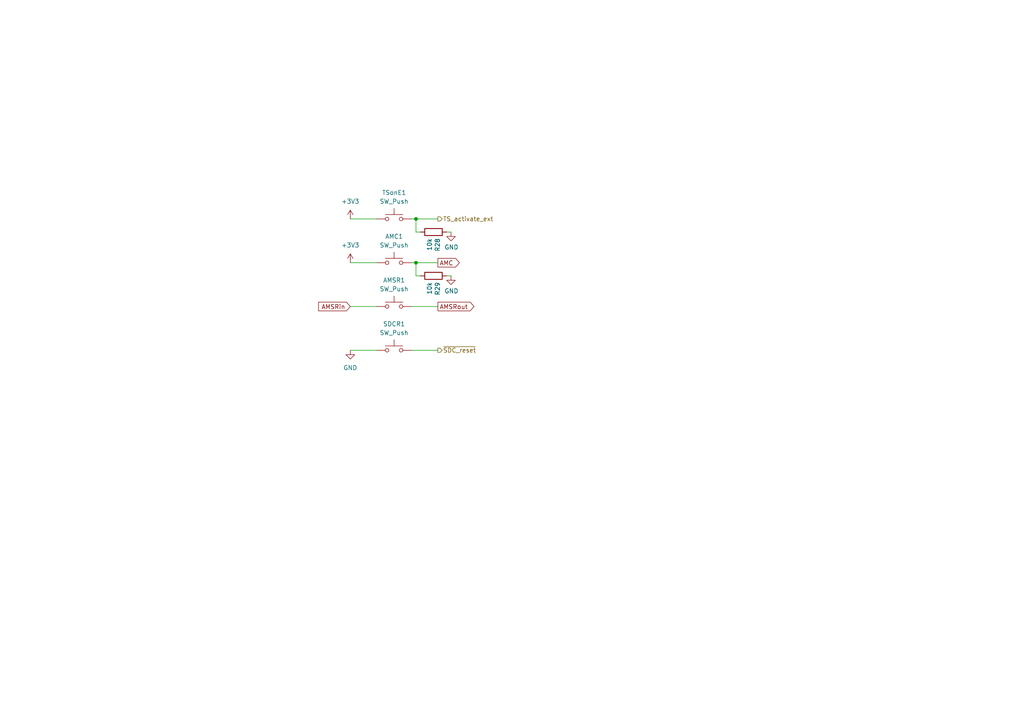
<source format=kicad_sch>
(kicad_sch (version 20211123) (generator eeschema)
  (paper "A4")
  (lib_symbols
    (symbol "Device:R" (pin_numbers hide) (pin_names (offset 0))
      (property "Reference" "R" (at 2.032 0 90))
      (property "Value" "R" (at 0 0 90))
      (symbol "R_0_1"
        (rectangle (start -1.016 -2.54) (end 1.016 2.54) (stroke (width 0.254)))
      )
      (symbol "R_1_1"
        (pin passive line (at 0 3.81 270) (length 1.27) (name "~") (number "1"))
        (pin passive line (at 0 -3.81 90) (length 1.27) (name "~") (number "2"))
      )
    )
    (symbol "Switch:SW_Push" (pin_numbers hide) (pin_names (offset 1.016) hide)
      (property "Reference" "SW" (at 1.27 2.54 0))
      (property "Value" "SW_Push" (at 0 -1.524 0))
      (symbol "SW_Push_0_1"
        (circle (center -2.032 0) (radius 0.508))
        (polyline (pts (xy 0 1.27) (xy 0 3.048)))
        (polyline (pts (xy 2.54 1.27) (xy -2.54 1.27)))
        (circle (center 2.032 0) (radius 0.508))
        (pin passive line (at -5.08 0 0) (length 2.54) (name "1") (number "1"))
        (pin passive line (at 5.08 0 180) (length 2.54) (name "2") (number "2"))
      )
    )
    (symbol "power:+3V3" (power) (pin_names (offset 0))
      (property "Value" "+3V3" (at 0 3.556 0))
      (symbol "+3V3_0_1"
        (polyline (pts (xy -0.762 1.27) (xy 0 2.54)))
        (polyline (pts (xy 0 0) (xy 0 2.54)))
        (polyline (pts (xy 0 2.54) (xy 0.762 1.27)))
      )
      (symbol "+3V3_1_1"
        (pin power_in line (at 0 0 90) (length 0) hide (name "+3V3") (number "1"))
      )
    )
    (symbol "power:GND" (power) (pin_names (offset 0))
      (property "Value" "GND" (at 0 -3.81 0))
      (symbol "GND_0_1"
        (polyline (pts (xy 0 0) (xy 0 -1.27) (xy 1.27 -1.27) (xy 0 -2.54) (xy -1.27 -1.27) (xy 0 -1.27)))
      )
      (symbol "GND_1_1"
        (pin power_in line (at 0 0 270) (length 0) hide (name "GND") (number "1"))
      )
    )
  )
  (junction (at 120.65 76.2))
  (junction (at 120.65 63.5))
  (wire (pts (xy 109.22 63.5) (xy 101.6 63.5)))
  (wire (pts (xy 130.81 80.01) (xy 129.54 80.01)))
  (wire (pts (xy 120.65 63.5) (xy 120.65 67.31)))
  (wire (pts (xy 119.38 76.2) (xy 120.65 76.2)))
  (wire (pts (xy 120.65 76.2) (xy 127 76.2)))
  (wire (pts (xy 119.38 88.9) (xy 127 88.9)))
  (wire (pts (xy 130.81 67.31) (xy 129.54 67.31)))
  (wire (pts (xy 120.65 76.2) (xy 120.65 80.01)))
  (wire (pts (xy 127 101.6) (xy 119.38 101.6)))
  (wire (pts (xy 109.22 101.6) (xy 101.6 101.6)))
  (wire (pts (xy 120.65 63.5) (xy 119.38 63.5)))
  (wire (pts (xy 101.6 88.9) (xy 109.22 88.9)))
  (wire (pts (xy 127 63.5) (xy 120.65 63.5)))
  (wire (pts (xy 120.65 67.31) (xy 121.92 67.31)))
  (wire (pts (xy 101.6 76.2) (xy 109.22 76.2)))
  (wire (pts (xy 120.65 80.01) (xy 121.92 80.01)))
  (global_label "AMSRin" (shape input) (at 101.6 88.9 180) (property "Intersheet References" "${INTERSHEET_REFS}" (effects hide)))
  (global_label "AMSRout" (shape output) (at 127 88.9 0) (property "Intersheet References" "${INTERSHEET_REFS}" (effects hide)))
  (global_label "AMC" (shape output) (at 127 76.2 0) (property "Intersheet References" "${INTERSHEET_REFS}" (effects hide)))
  (hierarchical_label "TS_activate_ext" (shape output) (at 127 63.5 0))
  (hierarchical_label "~{SDC_reset}" (shape output) (at 127 101.6 0))
  (symbol (lib_id "Switch:SW_Push") (at 114.3 88.9 0) (mirror y) (unit 1)
    (property "Reference" "AMSR1" (at 114.3 81.28 0))
    (property "Value" "SW_Push" (at 114.3 83.82 0))
    (property "Footprint" "Custom:APEM-ISx3SAD" (effects hide))
  )
  (symbol (lib_id "Switch:SW_Push") (at 114.3 76.2 0) (mirror y) (unit 1)
    (property "Reference" "AMC1" (at 114.3 68.58 0))
    (property "Value" "SW_Push" (at 114.3 71.12 0))
    (property "Footprint" "Custom:APEM-ISx3SAD" (effects hide))
  )
  (symbol (lib_id "Device:R") (at 125.73 67.31 270) (unit 1)
    (property "Reference" "R28" (at 126.8984 69.088 0) (effects (justify left)))
    (property "Value" "10k" (at 124.587 69.088 0) (effects (justify left)))
    (property "Footprint" "Resistor_SMD:R_0603_1608Metric_Pad0.98x0.95mm_HandSolder" (effects hide))
  )
  (symbol (lib_id "Switch:SW_Push") (at 114.3 101.6 0) (mirror y) (unit 1)
    (property "Reference" "SDCR1" (at 114.3 93.98 0))
    (property "Value" "SW_Push" (at 114.3 96.52 0))
    (property "Footprint" "Custom:APEM-ISx3SAD" (effects hide))
  )
  (symbol (lib_id "power:GND") (at 130.81 80.01 0) (unit 1)
    (property "Reference" "#PWR017" (effects hide))
    (property "Value" "GND" (at 130.937 84.4042 0))
  )
  (symbol (lib_id "Switch:SW_Push") (at 114.3 63.5 0) (mirror y) (unit 1)
    (property "Reference" "TSonE1" (at 114.3 55.88 0))
    (property "Value" "SW_Push" (at 114.3 58.42 0))
    (property "Footprint" "Custom:APEM-ISx3SAD" (effects hide))
  )
  (symbol (lib_id "power:+3V3") (at 101.6 63.5 0) (mirror y) (unit 1)
    (property "Reference" "#PWR013" (effects hide))
    (property "Value" "+3V3" (at 101.6 58.42 0))
  )
  (symbol (lib_id "power:+3V3") (at 101.6 76.2 0) (mirror y) (unit 1)
    (property "Reference" "#PWR014" (effects hide))
    (property "Value" "+3V3" (at 101.6 71.12 0))
  )
  (symbol (lib_id "power:GND") (at 130.81 67.31 0) (unit 1)
    (property "Reference" "#PWR016" (effects hide))
    (property "Value" "GND" (at 130.937 71.7042 0))
  )
  (symbol (lib_id "Device:R") (at 125.73 80.01 270) (unit 1)
    (property "Reference" "R29" (at 126.8984 81.788 0) (effects (justify left)))
    (property "Value" "10k" (at 124.587 81.788 0) (effects (justify left)))
    (property "Footprint" "Resistor_SMD:R_0603_1608Metric_Pad0.98x0.95mm_HandSolder" (effects hide))
  )
  (symbol (lib_id "power:GND") (at 101.6 101.6 0) (mirror y) (unit 1)
    (property "Reference" "#PWR015" (effects hide))
    (property "Value" "GND" (at 101.6 106.68 0))
  )
)
</source>
